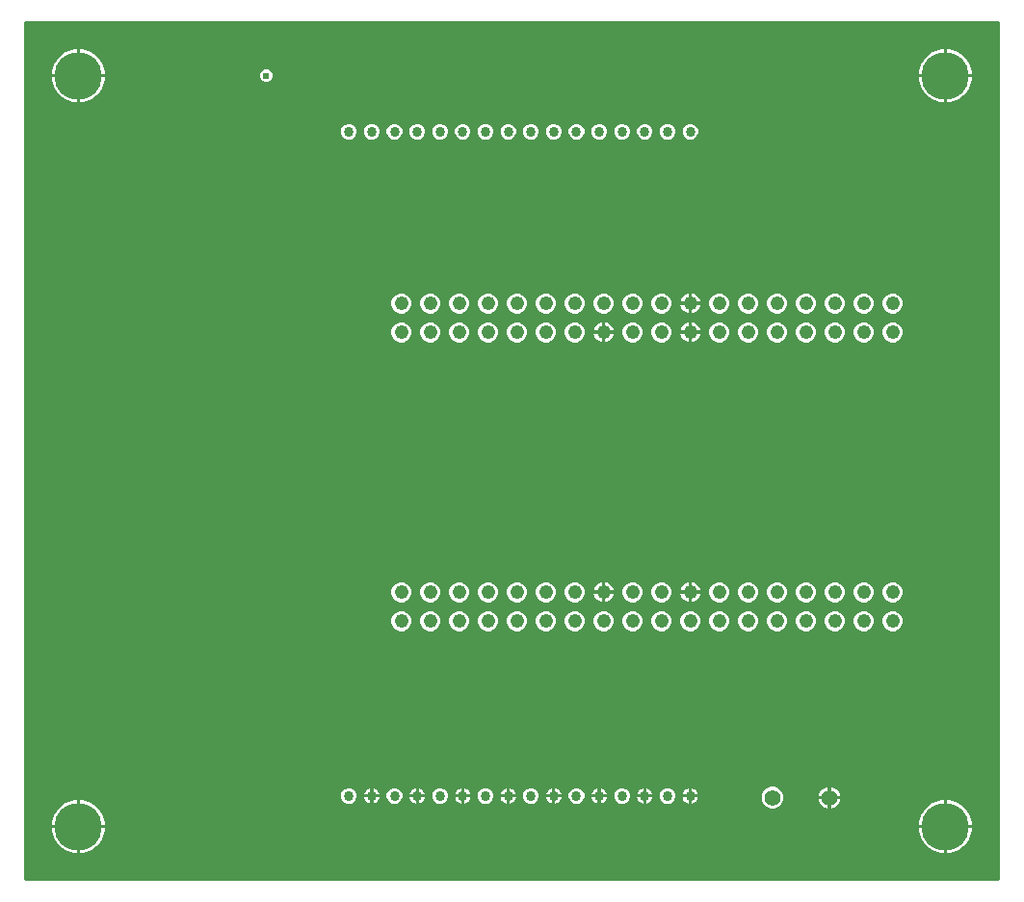
<source format=gbr>
G04 EAGLE Gerber RS-274X export*
G75*
%MOMM*%
%FSLAX34Y34*%
%LPD*%
%INCopper Layer 2*%
%IPPOS*%
%AMOC8*
5,1,8,0,0,1.08239X$1,22.5*%
G01*
%ADD10C,1.244600*%
%ADD11C,0.854800*%
%ADD12C,1.400000*%
%ADD13C,4.191000*%
%ADD14C,0.609600*%

G36*
X859556Y3306D02*
X859556Y3306D01*
X859575Y3304D01*
X859677Y3326D01*
X859779Y3342D01*
X859796Y3352D01*
X859816Y3356D01*
X859905Y3409D01*
X859996Y3458D01*
X860010Y3472D01*
X860027Y3482D01*
X860094Y3561D01*
X860166Y3636D01*
X860174Y3654D01*
X860187Y3669D01*
X860226Y3765D01*
X860269Y3859D01*
X860271Y3879D01*
X860279Y3897D01*
X860297Y4064D01*
X860297Y757936D01*
X860294Y757956D01*
X860296Y757975D01*
X860274Y758077D01*
X860258Y758179D01*
X860248Y758196D01*
X860244Y758216D01*
X860191Y758305D01*
X860142Y758396D01*
X860128Y758410D01*
X860118Y758427D01*
X860039Y758494D01*
X859964Y758566D01*
X859946Y758574D01*
X859931Y758587D01*
X859835Y758626D01*
X859741Y758669D01*
X859721Y758671D01*
X859703Y758679D01*
X859536Y758697D01*
X4064Y758697D01*
X4044Y758694D01*
X4025Y758696D01*
X3923Y758674D01*
X3821Y758658D01*
X3804Y758648D01*
X3784Y758644D01*
X3695Y758591D01*
X3604Y758542D01*
X3590Y758528D01*
X3573Y758518D01*
X3506Y758439D01*
X3434Y758364D01*
X3426Y758346D01*
X3413Y758331D01*
X3374Y758235D01*
X3331Y758141D01*
X3329Y758121D01*
X3321Y758103D01*
X3303Y757936D01*
X3303Y4064D01*
X3306Y4044D01*
X3304Y4025D01*
X3326Y3923D01*
X3342Y3821D01*
X3352Y3804D01*
X3356Y3784D01*
X3409Y3695D01*
X3458Y3604D01*
X3472Y3590D01*
X3482Y3573D01*
X3561Y3506D01*
X3636Y3434D01*
X3654Y3426D01*
X3669Y3413D01*
X3765Y3374D01*
X3859Y3331D01*
X3879Y3329D01*
X3897Y3321D01*
X4064Y3303D01*
X859536Y3303D01*
X859556Y3306D01*
G37*
%LPC*%
G36*
X52323Y712723D02*
X52323Y712723D01*
X52323Y734673D01*
X54742Y734400D01*
X55965Y734121D01*
X57315Y733813D01*
X59805Y732942D01*
X62183Y731796D01*
X64418Y730392D01*
X66481Y728747D01*
X68347Y726881D01*
X69992Y724818D01*
X71396Y722583D01*
X72542Y720205D01*
X73413Y717715D01*
X74000Y715142D01*
X74273Y712723D01*
X52323Y712723D01*
G37*
%LPD*%
%LPC*%
G36*
X814323Y712723D02*
X814323Y712723D01*
X814323Y734673D01*
X816742Y734400D01*
X817965Y734121D01*
X819315Y733813D01*
X821805Y732942D01*
X824183Y731796D01*
X826418Y730392D01*
X828481Y728747D01*
X830347Y726881D01*
X831992Y724818D01*
X833396Y722583D01*
X834542Y720205D01*
X835413Y717715D01*
X836000Y715142D01*
X836273Y712723D01*
X814323Y712723D01*
G37*
%LPD*%
%LPC*%
G36*
X814323Y52323D02*
X814323Y52323D01*
X814323Y74273D01*
X816742Y74000D01*
X819315Y73413D01*
X821805Y72542D01*
X824183Y71396D01*
X826418Y69992D01*
X828481Y68347D01*
X830347Y66481D01*
X831992Y64418D01*
X833396Y62183D01*
X834542Y59805D01*
X835413Y57315D01*
X836000Y54742D01*
X836273Y52323D01*
X814323Y52323D01*
G37*
%LPD*%
%LPC*%
G36*
X52323Y52323D02*
X52323Y52323D01*
X52323Y74273D01*
X54742Y74000D01*
X57315Y73413D01*
X59805Y72542D01*
X62183Y71396D01*
X64418Y69992D01*
X66481Y68347D01*
X68347Y66481D01*
X69992Y64418D01*
X71396Y62183D01*
X72542Y59805D01*
X73413Y57315D01*
X74000Y54742D01*
X74273Y52323D01*
X52323Y52323D01*
G37*
%LPD*%
%LPC*%
G36*
X27327Y712723D02*
X27327Y712723D01*
X27600Y715142D01*
X28187Y717715D01*
X29058Y720205D01*
X30204Y722583D01*
X31608Y724818D01*
X33253Y726881D01*
X35119Y728747D01*
X37182Y730392D01*
X39417Y731796D01*
X41795Y732942D01*
X44285Y733813D01*
X46858Y734400D01*
X49277Y734673D01*
X49277Y712723D01*
X27327Y712723D01*
G37*
%LPD*%
%LPC*%
G36*
X789327Y712723D02*
X789327Y712723D01*
X789600Y715142D01*
X790187Y717715D01*
X791058Y720205D01*
X792204Y722583D01*
X793608Y724818D01*
X795253Y726881D01*
X797119Y728747D01*
X799182Y730392D01*
X801417Y731796D01*
X803795Y732942D01*
X806285Y733813D01*
X808858Y734400D01*
X811277Y734673D01*
X811277Y712723D01*
X789327Y712723D01*
G37*
%LPD*%
%LPC*%
G36*
X814323Y709677D02*
X814323Y709677D01*
X836273Y709677D01*
X836000Y707258D01*
X835413Y704685D01*
X834542Y702195D01*
X833396Y699817D01*
X831992Y697582D01*
X830347Y695519D01*
X828481Y693653D01*
X826418Y692008D01*
X824183Y690604D01*
X821805Y689458D01*
X819315Y688587D01*
X816742Y688000D01*
X814323Y687727D01*
X814323Y709677D01*
G37*
%LPD*%
%LPC*%
G36*
X52323Y709677D02*
X52323Y709677D01*
X74273Y709677D01*
X74000Y707258D01*
X73413Y704685D01*
X72542Y702195D01*
X71396Y699817D01*
X69992Y697582D01*
X68347Y695519D01*
X66481Y693653D01*
X64418Y692008D01*
X62183Y690604D01*
X59805Y689458D01*
X57315Y688587D01*
X54742Y688000D01*
X52323Y687727D01*
X52323Y709677D01*
G37*
%LPD*%
%LPC*%
G36*
X52323Y49277D02*
X52323Y49277D01*
X74273Y49277D01*
X74000Y46858D01*
X73413Y44285D01*
X72542Y41795D01*
X71396Y39417D01*
X69992Y37182D01*
X68347Y35119D01*
X66481Y33253D01*
X64418Y31608D01*
X62183Y30204D01*
X59805Y29058D01*
X57315Y28187D01*
X54742Y27600D01*
X52323Y27327D01*
X52323Y49277D01*
G37*
%LPD*%
%LPC*%
G36*
X814323Y49277D02*
X814323Y49277D01*
X836273Y49277D01*
X836000Y46858D01*
X835413Y44285D01*
X834542Y41795D01*
X833396Y39417D01*
X831992Y37182D01*
X830347Y35119D01*
X828481Y33253D01*
X826418Y31608D01*
X824183Y30204D01*
X821805Y29058D01*
X819315Y28187D01*
X816742Y27600D01*
X814323Y27327D01*
X814323Y49277D01*
G37*
%LPD*%
%LPC*%
G36*
X789327Y52323D02*
X789327Y52323D01*
X789600Y54742D01*
X790187Y57315D01*
X791058Y59805D01*
X792204Y62183D01*
X793608Y64418D01*
X795253Y66481D01*
X797119Y68347D01*
X799182Y69992D01*
X801417Y71396D01*
X803795Y72542D01*
X806285Y73413D01*
X808858Y74000D01*
X811277Y74273D01*
X811277Y52323D01*
X789327Y52323D01*
G37*
%LPD*%
%LPC*%
G36*
X27327Y52323D02*
X27327Y52323D01*
X27600Y54742D01*
X28187Y57315D01*
X29058Y59805D01*
X30204Y62183D01*
X31608Y64418D01*
X33253Y66481D01*
X35119Y68347D01*
X37182Y69992D01*
X39417Y71396D01*
X41795Y72542D01*
X44285Y73413D01*
X46858Y74000D01*
X49277Y74273D01*
X49277Y52323D01*
X27327Y52323D01*
G37*
%LPD*%
%LPC*%
G36*
X808858Y688000D02*
X808858Y688000D01*
X807064Y688409D01*
X806285Y688587D01*
X803795Y689458D01*
X801417Y690604D01*
X799182Y692008D01*
X797119Y693653D01*
X795253Y695519D01*
X793608Y697582D01*
X792204Y699817D01*
X791058Y702195D01*
X790187Y704685D01*
X789600Y707258D01*
X789327Y709677D01*
X811277Y709677D01*
X811277Y687727D01*
X808858Y688000D01*
G37*
%LPD*%
%LPC*%
G36*
X46858Y688000D02*
X46858Y688000D01*
X45064Y688409D01*
X44285Y688587D01*
X41795Y689458D01*
X39417Y690604D01*
X37182Y692008D01*
X35119Y693653D01*
X33253Y695519D01*
X31608Y697582D01*
X30204Y699817D01*
X29058Y702195D01*
X28187Y704685D01*
X27600Y707258D01*
X27327Y709677D01*
X49277Y709677D01*
X49277Y687727D01*
X46858Y688000D01*
G37*
%LPD*%
%LPC*%
G36*
X46858Y27600D02*
X46858Y27600D01*
X46663Y27644D01*
X44285Y28187D01*
X41795Y29058D01*
X39417Y30204D01*
X37182Y31608D01*
X35119Y33253D01*
X33253Y35119D01*
X31608Y37182D01*
X30204Y39417D01*
X29058Y41795D01*
X28187Y44285D01*
X27600Y46858D01*
X27327Y49277D01*
X49277Y49277D01*
X49277Y27327D01*
X46858Y27600D01*
G37*
%LPD*%
%LPC*%
G36*
X808858Y27600D02*
X808858Y27600D01*
X808663Y27644D01*
X806285Y28187D01*
X803795Y29058D01*
X801417Y30204D01*
X799182Y31608D01*
X797119Y33253D01*
X795253Y35119D01*
X793608Y37182D01*
X792204Y39417D01*
X791058Y41795D01*
X790187Y44285D01*
X789600Y46858D01*
X789327Y49277D01*
X811277Y49277D01*
X811277Y27327D01*
X808858Y27600D01*
G37*
%LPD*%
%LPC*%
G36*
X658902Y66659D02*
X658902Y66659D01*
X655396Y68112D01*
X652712Y70796D01*
X651259Y74302D01*
X651259Y78098D01*
X652712Y81604D01*
X655396Y84288D01*
X658902Y85741D01*
X662698Y85741D01*
X666204Y84288D01*
X668888Y81604D01*
X670341Y78098D01*
X670341Y74302D01*
X668888Y70796D01*
X666204Y68112D01*
X662698Y66659D01*
X658902Y66659D01*
G37*
%LPD*%
%LPC*%
G36*
X561457Y248036D02*
X561457Y248036D01*
X558236Y249370D01*
X555770Y251836D01*
X554436Y255057D01*
X554436Y258543D01*
X555770Y261764D01*
X558236Y264230D01*
X561457Y265564D01*
X564943Y265564D01*
X568164Y264230D01*
X570630Y261764D01*
X571964Y258543D01*
X571964Y255057D01*
X570630Y251836D01*
X568164Y249370D01*
X564943Y248036D01*
X561457Y248036D01*
G37*
%LPD*%
%LPC*%
G36*
X536057Y248036D02*
X536057Y248036D01*
X532836Y249370D01*
X530370Y251836D01*
X529036Y255057D01*
X529036Y258543D01*
X530370Y261764D01*
X532836Y264230D01*
X536057Y265564D01*
X539543Y265564D01*
X542764Y264230D01*
X545230Y261764D01*
X546564Y258543D01*
X546564Y255057D01*
X545230Y251836D01*
X542764Y249370D01*
X539543Y248036D01*
X536057Y248036D01*
G37*
%LPD*%
%LPC*%
G36*
X485257Y248036D02*
X485257Y248036D01*
X482036Y249370D01*
X479570Y251836D01*
X478236Y255057D01*
X478236Y258543D01*
X479570Y261764D01*
X482036Y264230D01*
X485257Y265564D01*
X488743Y265564D01*
X491964Y264230D01*
X494430Y261764D01*
X495764Y258543D01*
X495764Y255057D01*
X494430Y251836D01*
X491964Y249370D01*
X488743Y248036D01*
X485257Y248036D01*
G37*
%LPD*%
%LPC*%
G36*
X612257Y222636D02*
X612257Y222636D01*
X609036Y223970D01*
X606570Y226436D01*
X605236Y229657D01*
X605236Y233143D01*
X606570Y236364D01*
X609036Y238830D01*
X612257Y240164D01*
X615743Y240164D01*
X618964Y238830D01*
X621430Y236364D01*
X622764Y233143D01*
X622764Y229657D01*
X621430Y226436D01*
X618964Y223970D01*
X615743Y222636D01*
X612257Y222636D01*
G37*
%LPD*%
%LPC*%
G36*
X434457Y248036D02*
X434457Y248036D01*
X431236Y249370D01*
X428770Y251836D01*
X427436Y255057D01*
X427436Y258543D01*
X428770Y261764D01*
X431236Y264230D01*
X434457Y265564D01*
X437943Y265564D01*
X441164Y264230D01*
X443630Y261764D01*
X444964Y258543D01*
X444964Y255057D01*
X443630Y251836D01*
X441164Y249370D01*
X437943Y248036D01*
X434457Y248036D01*
G37*
%LPD*%
%LPC*%
G36*
X409057Y248036D02*
X409057Y248036D01*
X405836Y249370D01*
X403370Y251836D01*
X402036Y255057D01*
X402036Y258543D01*
X403370Y261764D01*
X405836Y264230D01*
X409057Y265564D01*
X412543Y265564D01*
X415764Y264230D01*
X418230Y261764D01*
X419564Y258543D01*
X419564Y255057D01*
X418230Y251836D01*
X415764Y249370D01*
X412543Y248036D01*
X409057Y248036D01*
G37*
%LPD*%
%LPC*%
G36*
X383657Y248036D02*
X383657Y248036D01*
X380436Y249370D01*
X377970Y251836D01*
X376636Y255057D01*
X376636Y258543D01*
X377970Y261764D01*
X380436Y264230D01*
X383657Y265564D01*
X387143Y265564D01*
X390364Y264230D01*
X392830Y261764D01*
X394164Y258543D01*
X394164Y255057D01*
X392830Y251836D01*
X390364Y249370D01*
X387143Y248036D01*
X383657Y248036D01*
G37*
%LPD*%
%LPC*%
G36*
X561457Y222636D02*
X561457Y222636D01*
X558236Y223970D01*
X555770Y226436D01*
X554436Y229657D01*
X554436Y233143D01*
X555770Y236364D01*
X558236Y238830D01*
X561457Y240164D01*
X564943Y240164D01*
X568164Y238830D01*
X570630Y236364D01*
X571964Y233143D01*
X571964Y229657D01*
X570630Y226436D01*
X568164Y223970D01*
X564943Y222636D01*
X561457Y222636D01*
G37*
%LPD*%
%LPC*%
G36*
X536057Y222636D02*
X536057Y222636D01*
X532836Y223970D01*
X530370Y226436D01*
X529036Y229657D01*
X529036Y233143D01*
X530370Y236364D01*
X532836Y238830D01*
X536057Y240164D01*
X539543Y240164D01*
X542764Y238830D01*
X545230Y236364D01*
X546564Y233143D01*
X546564Y229657D01*
X545230Y226436D01*
X542764Y223970D01*
X539543Y222636D01*
X536057Y222636D01*
G37*
%LPD*%
%LPC*%
G36*
X764657Y222636D02*
X764657Y222636D01*
X761436Y223970D01*
X758970Y226436D01*
X757636Y229657D01*
X757636Y233143D01*
X758970Y236364D01*
X761436Y238830D01*
X764657Y240164D01*
X768143Y240164D01*
X771364Y238830D01*
X773830Y236364D01*
X775164Y233143D01*
X775164Y229657D01*
X773830Y226436D01*
X771364Y223970D01*
X768143Y222636D01*
X764657Y222636D01*
G37*
%LPD*%
%LPC*%
G36*
X739257Y222636D02*
X739257Y222636D01*
X736036Y223970D01*
X733570Y226436D01*
X732236Y229657D01*
X732236Y233143D01*
X733570Y236364D01*
X736036Y238830D01*
X739257Y240164D01*
X742743Y240164D01*
X745964Y238830D01*
X748430Y236364D01*
X749764Y233143D01*
X749764Y229657D01*
X748430Y226436D01*
X745964Y223970D01*
X742743Y222636D01*
X739257Y222636D01*
G37*
%LPD*%
%LPC*%
G36*
X713857Y222636D02*
X713857Y222636D01*
X710636Y223970D01*
X708170Y226436D01*
X706836Y229657D01*
X706836Y233143D01*
X708170Y236364D01*
X710636Y238830D01*
X713857Y240164D01*
X717343Y240164D01*
X720564Y238830D01*
X723030Y236364D01*
X724364Y233143D01*
X724364Y229657D01*
X723030Y226436D01*
X720564Y223970D01*
X717343Y222636D01*
X713857Y222636D01*
G37*
%LPD*%
%LPC*%
G36*
X688457Y222636D02*
X688457Y222636D01*
X685236Y223970D01*
X682770Y226436D01*
X681436Y229657D01*
X681436Y233143D01*
X682770Y236364D01*
X685236Y238830D01*
X688457Y240164D01*
X691943Y240164D01*
X695164Y238830D01*
X697630Y236364D01*
X698964Y233143D01*
X698964Y229657D01*
X697630Y226436D01*
X695164Y223970D01*
X691943Y222636D01*
X688457Y222636D01*
G37*
%LPD*%
%LPC*%
G36*
X332857Y502036D02*
X332857Y502036D01*
X329636Y503370D01*
X327170Y505836D01*
X325836Y509057D01*
X325836Y512543D01*
X327170Y515764D01*
X329636Y518230D01*
X332857Y519564D01*
X336343Y519564D01*
X339564Y518230D01*
X342030Y515764D01*
X343364Y512543D01*
X343364Y509057D01*
X342030Y505836D01*
X339564Y503370D01*
X336343Y502036D01*
X332857Y502036D01*
G37*
%LPD*%
%LPC*%
G36*
X663057Y222636D02*
X663057Y222636D01*
X659836Y223970D01*
X657370Y226436D01*
X656036Y229657D01*
X656036Y233143D01*
X657370Y236364D01*
X659836Y238830D01*
X663057Y240164D01*
X666543Y240164D01*
X669764Y238830D01*
X672230Y236364D01*
X673564Y233143D01*
X673564Y229657D01*
X672230Y226436D01*
X669764Y223970D01*
X666543Y222636D01*
X663057Y222636D01*
G37*
%LPD*%
%LPC*%
G36*
X637657Y222636D02*
X637657Y222636D01*
X634436Y223970D01*
X631970Y226436D01*
X630636Y229657D01*
X630636Y233143D01*
X631970Y236364D01*
X634436Y238830D01*
X637657Y240164D01*
X641143Y240164D01*
X644364Y238830D01*
X646830Y236364D01*
X648164Y233143D01*
X648164Y229657D01*
X646830Y226436D01*
X644364Y223970D01*
X641143Y222636D01*
X637657Y222636D01*
G37*
%LPD*%
%LPC*%
G36*
X586857Y222636D02*
X586857Y222636D01*
X583636Y223970D01*
X581170Y226436D01*
X579836Y229657D01*
X579836Y233143D01*
X581170Y236364D01*
X583636Y238830D01*
X586857Y240164D01*
X590343Y240164D01*
X593564Y238830D01*
X596030Y236364D01*
X597364Y233143D01*
X597364Y229657D01*
X596030Y226436D01*
X593564Y223970D01*
X590343Y222636D01*
X586857Y222636D01*
G37*
%LPD*%
%LPC*%
G36*
X510657Y222636D02*
X510657Y222636D01*
X507436Y223970D01*
X504970Y226436D01*
X503636Y229657D01*
X503636Y233143D01*
X504970Y236364D01*
X507436Y238830D01*
X510657Y240164D01*
X514143Y240164D01*
X517364Y238830D01*
X519830Y236364D01*
X521164Y233143D01*
X521164Y229657D01*
X519830Y226436D01*
X517364Y223970D01*
X514143Y222636D01*
X510657Y222636D01*
G37*
%LPD*%
%LPC*%
G36*
X485257Y222636D02*
X485257Y222636D01*
X482036Y223970D01*
X479570Y226436D01*
X478236Y229657D01*
X478236Y233143D01*
X479570Y236364D01*
X482036Y238830D01*
X485257Y240164D01*
X488743Y240164D01*
X491964Y238830D01*
X494430Y236364D01*
X495764Y233143D01*
X495764Y229657D01*
X494430Y226436D01*
X491964Y223970D01*
X488743Y222636D01*
X485257Y222636D01*
G37*
%LPD*%
%LPC*%
G36*
X409057Y502036D02*
X409057Y502036D01*
X405836Y503370D01*
X403370Y505836D01*
X402036Y509057D01*
X402036Y512543D01*
X403370Y515764D01*
X405836Y518230D01*
X409057Y519564D01*
X412543Y519564D01*
X415764Y518230D01*
X418230Y515764D01*
X419564Y512543D01*
X419564Y509057D01*
X418230Y505836D01*
X415764Y503370D01*
X412543Y502036D01*
X409057Y502036D01*
G37*
%LPD*%
%LPC*%
G36*
X383657Y502036D02*
X383657Y502036D01*
X380436Y503370D01*
X377970Y505836D01*
X376636Y509057D01*
X376636Y512543D01*
X377970Y515764D01*
X380436Y518230D01*
X383657Y519564D01*
X387143Y519564D01*
X390364Y518230D01*
X392830Y515764D01*
X394164Y512543D01*
X394164Y509057D01*
X392830Y505836D01*
X390364Y503370D01*
X387143Y502036D01*
X383657Y502036D01*
G37*
%LPD*%
%LPC*%
G36*
X764657Y502036D02*
X764657Y502036D01*
X761436Y503370D01*
X758970Y505836D01*
X757636Y509057D01*
X757636Y512543D01*
X758970Y515764D01*
X761436Y518230D01*
X764657Y519564D01*
X768143Y519564D01*
X771364Y518230D01*
X773830Y515764D01*
X775164Y512543D01*
X775164Y509057D01*
X773830Y505836D01*
X771364Y503370D01*
X768143Y502036D01*
X764657Y502036D01*
G37*
%LPD*%
%LPC*%
G36*
X739257Y502036D02*
X739257Y502036D01*
X736036Y503370D01*
X733570Y505836D01*
X732236Y509057D01*
X732236Y512543D01*
X733570Y515764D01*
X736036Y518230D01*
X739257Y519564D01*
X742743Y519564D01*
X745964Y518230D01*
X748430Y515764D01*
X749764Y512543D01*
X749764Y509057D01*
X748430Y505836D01*
X745964Y503370D01*
X742743Y502036D01*
X739257Y502036D01*
G37*
%LPD*%
%LPC*%
G36*
X713857Y502036D02*
X713857Y502036D01*
X710636Y503370D01*
X708170Y505836D01*
X706836Y509057D01*
X706836Y512543D01*
X708170Y515764D01*
X710636Y518230D01*
X713857Y519564D01*
X717343Y519564D01*
X720564Y518230D01*
X723030Y515764D01*
X724364Y512543D01*
X724364Y509057D01*
X723030Y505836D01*
X720564Y503370D01*
X717343Y502036D01*
X713857Y502036D01*
G37*
%LPD*%
%LPC*%
G36*
X688457Y502036D02*
X688457Y502036D01*
X685236Y503370D01*
X682770Y505836D01*
X681436Y509057D01*
X681436Y512543D01*
X682770Y515764D01*
X685236Y518230D01*
X688457Y519564D01*
X691943Y519564D01*
X695164Y518230D01*
X697630Y515764D01*
X698964Y512543D01*
X698964Y509057D01*
X697630Y505836D01*
X695164Y503370D01*
X691943Y502036D01*
X688457Y502036D01*
G37*
%LPD*%
%LPC*%
G36*
X663057Y502036D02*
X663057Y502036D01*
X659836Y503370D01*
X657370Y505836D01*
X656036Y509057D01*
X656036Y512543D01*
X657370Y515764D01*
X659836Y518230D01*
X663057Y519564D01*
X666543Y519564D01*
X669764Y518230D01*
X672230Y515764D01*
X673564Y512543D01*
X673564Y509057D01*
X672230Y505836D01*
X669764Y503370D01*
X666543Y502036D01*
X663057Y502036D01*
G37*
%LPD*%
%LPC*%
G36*
X637657Y502036D02*
X637657Y502036D01*
X634436Y503370D01*
X631970Y505836D01*
X630636Y509057D01*
X630636Y512543D01*
X631970Y515764D01*
X634436Y518230D01*
X637657Y519564D01*
X641143Y519564D01*
X644364Y518230D01*
X646830Y515764D01*
X648164Y512543D01*
X648164Y509057D01*
X646830Y505836D01*
X644364Y503370D01*
X641143Y502036D01*
X637657Y502036D01*
G37*
%LPD*%
%LPC*%
G36*
X612257Y502036D02*
X612257Y502036D01*
X609036Y503370D01*
X606570Y505836D01*
X605236Y509057D01*
X605236Y512543D01*
X606570Y515764D01*
X609036Y518230D01*
X612257Y519564D01*
X615743Y519564D01*
X618964Y518230D01*
X621430Y515764D01*
X622764Y512543D01*
X622764Y509057D01*
X621430Y505836D01*
X618964Y503370D01*
X615743Y502036D01*
X612257Y502036D01*
G37*
%LPD*%
%LPC*%
G36*
X561457Y502036D02*
X561457Y502036D01*
X558236Y503370D01*
X555770Y505836D01*
X554436Y509057D01*
X554436Y512543D01*
X555770Y515764D01*
X558236Y518230D01*
X561457Y519564D01*
X564943Y519564D01*
X568164Y518230D01*
X570630Y515764D01*
X571964Y512543D01*
X571964Y509057D01*
X570630Y505836D01*
X568164Y503370D01*
X564943Y502036D01*
X561457Y502036D01*
G37*
%LPD*%
%LPC*%
G36*
X536057Y502036D02*
X536057Y502036D01*
X532836Y503370D01*
X530370Y505836D01*
X529036Y509057D01*
X529036Y512543D01*
X530370Y515764D01*
X532836Y518230D01*
X536057Y519564D01*
X539543Y519564D01*
X542764Y518230D01*
X545230Y515764D01*
X546564Y512543D01*
X546564Y509057D01*
X545230Y505836D01*
X542764Y503370D01*
X539543Y502036D01*
X536057Y502036D01*
G37*
%LPD*%
%LPC*%
G36*
X510657Y502036D02*
X510657Y502036D01*
X507436Y503370D01*
X504970Y505836D01*
X503636Y509057D01*
X503636Y512543D01*
X504970Y515764D01*
X507436Y518230D01*
X510657Y519564D01*
X514143Y519564D01*
X517364Y518230D01*
X519830Y515764D01*
X521164Y512543D01*
X521164Y509057D01*
X519830Y505836D01*
X517364Y503370D01*
X514143Y502036D01*
X510657Y502036D01*
G37*
%LPD*%
%LPC*%
G36*
X485257Y502036D02*
X485257Y502036D01*
X482036Y503370D01*
X479570Y505836D01*
X478236Y509057D01*
X478236Y512543D01*
X479570Y515764D01*
X482036Y518230D01*
X485257Y519564D01*
X488743Y519564D01*
X491964Y518230D01*
X494430Y515764D01*
X495764Y512543D01*
X495764Y509057D01*
X494430Y505836D01*
X491964Y503370D01*
X488743Y502036D01*
X485257Y502036D01*
G37*
%LPD*%
%LPC*%
G36*
X459857Y502036D02*
X459857Y502036D01*
X456636Y503370D01*
X454170Y505836D01*
X452836Y509057D01*
X452836Y512543D01*
X454170Y515764D01*
X456636Y518230D01*
X459857Y519564D01*
X463343Y519564D01*
X466564Y518230D01*
X469030Y515764D01*
X470364Y512543D01*
X470364Y509057D01*
X469030Y505836D01*
X466564Y503370D01*
X463343Y502036D01*
X459857Y502036D01*
G37*
%LPD*%
%LPC*%
G36*
X434457Y502036D02*
X434457Y502036D01*
X431236Y503370D01*
X428770Y505836D01*
X427436Y509057D01*
X427436Y512543D01*
X428770Y515764D01*
X431236Y518230D01*
X434457Y519564D01*
X437943Y519564D01*
X441164Y518230D01*
X443630Y515764D01*
X444964Y512543D01*
X444964Y509057D01*
X443630Y505836D01*
X441164Y503370D01*
X437943Y502036D01*
X434457Y502036D01*
G37*
%LPD*%
%LPC*%
G36*
X358257Y502036D02*
X358257Y502036D01*
X355036Y503370D01*
X352570Y505836D01*
X351236Y509057D01*
X351236Y512543D01*
X352570Y515764D01*
X355036Y518230D01*
X358257Y519564D01*
X361743Y519564D01*
X364964Y518230D01*
X367430Y515764D01*
X368764Y512543D01*
X368764Y509057D01*
X367430Y505836D01*
X364964Y503370D01*
X361743Y502036D01*
X358257Y502036D01*
G37*
%LPD*%
%LPC*%
G36*
X459857Y222636D02*
X459857Y222636D01*
X456636Y223970D01*
X454170Y226436D01*
X452836Y229657D01*
X452836Y233143D01*
X454170Y236364D01*
X456636Y238830D01*
X459857Y240164D01*
X463343Y240164D01*
X466564Y238830D01*
X469030Y236364D01*
X470364Y233143D01*
X470364Y229657D01*
X469030Y226436D01*
X466564Y223970D01*
X463343Y222636D01*
X459857Y222636D01*
G37*
%LPD*%
%LPC*%
G36*
X434457Y222636D02*
X434457Y222636D01*
X431236Y223970D01*
X428770Y226436D01*
X427436Y229657D01*
X427436Y233143D01*
X428770Y236364D01*
X431236Y238830D01*
X434457Y240164D01*
X437943Y240164D01*
X441164Y238830D01*
X443630Y236364D01*
X444964Y233143D01*
X444964Y229657D01*
X443630Y226436D01*
X441164Y223970D01*
X437943Y222636D01*
X434457Y222636D01*
G37*
%LPD*%
%LPC*%
G36*
X409057Y222636D02*
X409057Y222636D01*
X405836Y223970D01*
X403370Y226436D01*
X402036Y229657D01*
X402036Y233143D01*
X403370Y236364D01*
X405836Y238830D01*
X409057Y240164D01*
X412543Y240164D01*
X415764Y238830D01*
X418230Y236364D01*
X419564Y233143D01*
X419564Y229657D01*
X418230Y226436D01*
X415764Y223970D01*
X412543Y222636D01*
X409057Y222636D01*
G37*
%LPD*%
%LPC*%
G36*
X383657Y222636D02*
X383657Y222636D01*
X380436Y223970D01*
X377970Y226436D01*
X376636Y229657D01*
X376636Y233143D01*
X377970Y236364D01*
X380436Y238830D01*
X383657Y240164D01*
X387143Y240164D01*
X390364Y238830D01*
X392830Y236364D01*
X394164Y233143D01*
X394164Y229657D01*
X392830Y226436D01*
X390364Y223970D01*
X387143Y222636D01*
X383657Y222636D01*
G37*
%LPD*%
%LPC*%
G36*
X358257Y222636D02*
X358257Y222636D01*
X355036Y223970D01*
X352570Y226436D01*
X351236Y229657D01*
X351236Y233143D01*
X352570Y236364D01*
X355036Y238830D01*
X358257Y240164D01*
X361743Y240164D01*
X364964Y238830D01*
X367430Y236364D01*
X368764Y233143D01*
X368764Y229657D01*
X367430Y226436D01*
X364964Y223970D01*
X361743Y222636D01*
X358257Y222636D01*
G37*
%LPD*%
%LPC*%
G36*
X332857Y222636D02*
X332857Y222636D01*
X329636Y223970D01*
X327170Y226436D01*
X325836Y229657D01*
X325836Y233143D01*
X327170Y236364D01*
X329636Y238830D01*
X332857Y240164D01*
X336343Y240164D01*
X339564Y238830D01*
X342030Y236364D01*
X343364Y233143D01*
X343364Y229657D01*
X342030Y226436D01*
X339564Y223970D01*
X336343Y222636D01*
X332857Y222636D01*
G37*
%LPD*%
%LPC*%
G36*
X764657Y476636D02*
X764657Y476636D01*
X761436Y477970D01*
X758970Y480436D01*
X757636Y483657D01*
X757636Y487143D01*
X758970Y490364D01*
X761436Y492830D01*
X764657Y494164D01*
X768143Y494164D01*
X771364Y492830D01*
X773830Y490364D01*
X775164Y487143D01*
X775164Y483657D01*
X773830Y480436D01*
X771364Y477970D01*
X768143Y476636D01*
X764657Y476636D01*
G37*
%LPD*%
%LPC*%
G36*
X739257Y476636D02*
X739257Y476636D01*
X736036Y477970D01*
X733570Y480436D01*
X732236Y483657D01*
X732236Y487143D01*
X733570Y490364D01*
X736036Y492830D01*
X739257Y494164D01*
X742743Y494164D01*
X745964Y492830D01*
X748430Y490364D01*
X749764Y487143D01*
X749764Y483657D01*
X748430Y480436D01*
X745964Y477970D01*
X742743Y476636D01*
X739257Y476636D01*
G37*
%LPD*%
%LPC*%
G36*
X713857Y476636D02*
X713857Y476636D01*
X710636Y477970D01*
X708170Y480436D01*
X706836Y483657D01*
X706836Y487143D01*
X708170Y490364D01*
X710636Y492830D01*
X713857Y494164D01*
X717343Y494164D01*
X720564Y492830D01*
X723030Y490364D01*
X724364Y487143D01*
X724364Y483657D01*
X723030Y480436D01*
X720564Y477970D01*
X717343Y476636D01*
X713857Y476636D01*
G37*
%LPD*%
%LPC*%
G36*
X688457Y476636D02*
X688457Y476636D01*
X685236Y477970D01*
X682770Y480436D01*
X681436Y483657D01*
X681436Y487143D01*
X682770Y490364D01*
X685236Y492830D01*
X688457Y494164D01*
X691943Y494164D01*
X695164Y492830D01*
X697630Y490364D01*
X698964Y487143D01*
X698964Y483657D01*
X697630Y480436D01*
X695164Y477970D01*
X691943Y476636D01*
X688457Y476636D01*
G37*
%LPD*%
%LPC*%
G36*
X663057Y476636D02*
X663057Y476636D01*
X659836Y477970D01*
X657370Y480436D01*
X656036Y483657D01*
X656036Y487143D01*
X657370Y490364D01*
X659836Y492830D01*
X663057Y494164D01*
X666543Y494164D01*
X669764Y492830D01*
X672230Y490364D01*
X673564Y487143D01*
X673564Y483657D01*
X672230Y480436D01*
X669764Y477970D01*
X666543Y476636D01*
X663057Y476636D01*
G37*
%LPD*%
%LPC*%
G36*
X637657Y476636D02*
X637657Y476636D01*
X634436Y477970D01*
X631970Y480436D01*
X630636Y483657D01*
X630636Y487143D01*
X631970Y490364D01*
X634436Y492830D01*
X637657Y494164D01*
X641143Y494164D01*
X644364Y492830D01*
X646830Y490364D01*
X648164Y487143D01*
X648164Y483657D01*
X646830Y480436D01*
X644364Y477970D01*
X641143Y476636D01*
X637657Y476636D01*
G37*
%LPD*%
%LPC*%
G36*
X612257Y476636D02*
X612257Y476636D01*
X609036Y477970D01*
X606570Y480436D01*
X605236Y483657D01*
X605236Y487143D01*
X606570Y490364D01*
X609036Y492830D01*
X612257Y494164D01*
X615743Y494164D01*
X618964Y492830D01*
X621430Y490364D01*
X622764Y487143D01*
X622764Y483657D01*
X621430Y480436D01*
X618964Y477970D01*
X615743Y476636D01*
X612257Y476636D01*
G37*
%LPD*%
%LPC*%
G36*
X561457Y476636D02*
X561457Y476636D01*
X558236Y477970D01*
X555770Y480436D01*
X554436Y483657D01*
X554436Y487143D01*
X555770Y490364D01*
X558236Y492830D01*
X561457Y494164D01*
X564943Y494164D01*
X568164Y492830D01*
X570630Y490364D01*
X571964Y487143D01*
X571964Y483657D01*
X570630Y480436D01*
X568164Y477970D01*
X564943Y476636D01*
X561457Y476636D01*
G37*
%LPD*%
%LPC*%
G36*
X536057Y476636D02*
X536057Y476636D01*
X532836Y477970D01*
X530370Y480436D01*
X529036Y483657D01*
X529036Y487143D01*
X530370Y490364D01*
X532836Y492830D01*
X536057Y494164D01*
X539543Y494164D01*
X542764Y492830D01*
X545230Y490364D01*
X546564Y487143D01*
X546564Y483657D01*
X545230Y480436D01*
X542764Y477970D01*
X539543Y476636D01*
X536057Y476636D01*
G37*
%LPD*%
%LPC*%
G36*
X485257Y476636D02*
X485257Y476636D01*
X482036Y477970D01*
X479570Y480436D01*
X478236Y483657D01*
X478236Y487143D01*
X479570Y490364D01*
X482036Y492830D01*
X485257Y494164D01*
X488743Y494164D01*
X491964Y492830D01*
X494430Y490364D01*
X495764Y487143D01*
X495764Y483657D01*
X494430Y480436D01*
X491964Y477970D01*
X488743Y476636D01*
X485257Y476636D01*
G37*
%LPD*%
%LPC*%
G36*
X459857Y476636D02*
X459857Y476636D01*
X456636Y477970D01*
X454170Y480436D01*
X452836Y483657D01*
X452836Y487143D01*
X454170Y490364D01*
X456636Y492830D01*
X459857Y494164D01*
X463343Y494164D01*
X466564Y492830D01*
X469030Y490364D01*
X470364Y487143D01*
X470364Y483657D01*
X469030Y480436D01*
X466564Y477970D01*
X463343Y476636D01*
X459857Y476636D01*
G37*
%LPD*%
%LPC*%
G36*
X434457Y476636D02*
X434457Y476636D01*
X431236Y477970D01*
X428770Y480436D01*
X427436Y483657D01*
X427436Y487143D01*
X428770Y490364D01*
X431236Y492830D01*
X434457Y494164D01*
X437943Y494164D01*
X441164Y492830D01*
X443630Y490364D01*
X444964Y487143D01*
X444964Y483657D01*
X443630Y480436D01*
X441164Y477970D01*
X437943Y476636D01*
X434457Y476636D01*
G37*
%LPD*%
%LPC*%
G36*
X409057Y476636D02*
X409057Y476636D01*
X405836Y477970D01*
X403370Y480436D01*
X402036Y483657D01*
X402036Y487143D01*
X403370Y490364D01*
X405836Y492830D01*
X409057Y494164D01*
X412543Y494164D01*
X415764Y492830D01*
X418230Y490364D01*
X419564Y487143D01*
X419564Y483657D01*
X418230Y480436D01*
X415764Y477970D01*
X412543Y476636D01*
X409057Y476636D01*
G37*
%LPD*%
%LPC*%
G36*
X383657Y476636D02*
X383657Y476636D01*
X380436Y477970D01*
X377970Y480436D01*
X376636Y483657D01*
X376636Y487143D01*
X377970Y490364D01*
X380436Y492830D01*
X383657Y494164D01*
X387143Y494164D01*
X390364Y492830D01*
X392830Y490364D01*
X394164Y487143D01*
X394164Y483657D01*
X392830Y480436D01*
X390364Y477970D01*
X387143Y476636D01*
X383657Y476636D01*
G37*
%LPD*%
%LPC*%
G36*
X358257Y476636D02*
X358257Y476636D01*
X355036Y477970D01*
X352570Y480436D01*
X351236Y483657D01*
X351236Y487143D01*
X352570Y490364D01*
X355036Y492830D01*
X358257Y494164D01*
X361743Y494164D01*
X364964Y492830D01*
X367430Y490364D01*
X368764Y487143D01*
X368764Y483657D01*
X367430Y480436D01*
X364964Y477970D01*
X361743Y476636D01*
X358257Y476636D01*
G37*
%LPD*%
%LPC*%
G36*
X332857Y476636D02*
X332857Y476636D01*
X329636Y477970D01*
X327170Y480436D01*
X325836Y483657D01*
X325836Y487143D01*
X327170Y490364D01*
X329636Y492830D01*
X332857Y494164D01*
X336343Y494164D01*
X339564Y492830D01*
X342030Y490364D01*
X343364Y487143D01*
X343364Y483657D01*
X342030Y480436D01*
X339564Y477970D01*
X336343Y476636D01*
X332857Y476636D01*
G37*
%LPD*%
%LPC*%
G36*
X459857Y248036D02*
X459857Y248036D01*
X456636Y249370D01*
X454170Y251836D01*
X452836Y255057D01*
X452836Y258543D01*
X454170Y261764D01*
X456636Y264230D01*
X459857Y265564D01*
X463343Y265564D01*
X466564Y264230D01*
X469030Y261764D01*
X470364Y258543D01*
X470364Y255057D01*
X469030Y251836D01*
X466564Y249370D01*
X463343Y248036D01*
X459857Y248036D01*
G37*
%LPD*%
%LPC*%
G36*
X358257Y248036D02*
X358257Y248036D01*
X355036Y249370D01*
X352570Y251836D01*
X351236Y255057D01*
X351236Y258543D01*
X352570Y261764D01*
X355036Y264230D01*
X358257Y265564D01*
X361743Y265564D01*
X364964Y264230D01*
X367430Y261764D01*
X368764Y258543D01*
X368764Y255057D01*
X367430Y251836D01*
X364964Y249370D01*
X361743Y248036D01*
X358257Y248036D01*
G37*
%LPD*%
%LPC*%
G36*
X332857Y248036D02*
X332857Y248036D01*
X329636Y249370D01*
X327170Y251836D01*
X325836Y255057D01*
X325836Y258543D01*
X327170Y261764D01*
X329636Y264230D01*
X332857Y265564D01*
X336343Y265564D01*
X339564Y264230D01*
X342030Y261764D01*
X343364Y258543D01*
X343364Y255057D01*
X342030Y251836D01*
X339564Y249370D01*
X336343Y248036D01*
X332857Y248036D01*
G37*
%LPD*%
%LPC*%
G36*
X764657Y248036D02*
X764657Y248036D01*
X761436Y249370D01*
X758970Y251836D01*
X757636Y255057D01*
X757636Y258543D01*
X758970Y261764D01*
X761436Y264230D01*
X764657Y265564D01*
X768143Y265564D01*
X771364Y264230D01*
X773830Y261764D01*
X775164Y258543D01*
X775164Y255057D01*
X773830Y251836D01*
X771364Y249370D01*
X768143Y248036D01*
X764657Y248036D01*
G37*
%LPD*%
%LPC*%
G36*
X739257Y248036D02*
X739257Y248036D01*
X736036Y249370D01*
X733570Y251836D01*
X732236Y255057D01*
X732236Y258543D01*
X733570Y261764D01*
X736036Y264230D01*
X739257Y265564D01*
X742743Y265564D01*
X745964Y264230D01*
X748430Y261764D01*
X749764Y258543D01*
X749764Y255057D01*
X748430Y251836D01*
X745964Y249370D01*
X742743Y248036D01*
X739257Y248036D01*
G37*
%LPD*%
%LPC*%
G36*
X713857Y248036D02*
X713857Y248036D01*
X710636Y249370D01*
X708170Y251836D01*
X706836Y255057D01*
X706836Y258543D01*
X708170Y261764D01*
X710636Y264230D01*
X713857Y265564D01*
X717343Y265564D01*
X720564Y264230D01*
X723030Y261764D01*
X724364Y258543D01*
X724364Y255057D01*
X723030Y251836D01*
X720564Y249370D01*
X717343Y248036D01*
X713857Y248036D01*
G37*
%LPD*%
%LPC*%
G36*
X688457Y248036D02*
X688457Y248036D01*
X685236Y249370D01*
X682770Y251836D01*
X681436Y255057D01*
X681436Y258543D01*
X682770Y261764D01*
X685236Y264230D01*
X688457Y265564D01*
X691943Y265564D01*
X695164Y264230D01*
X697630Y261764D01*
X698964Y258543D01*
X698964Y255057D01*
X697630Y251836D01*
X695164Y249370D01*
X691943Y248036D01*
X688457Y248036D01*
G37*
%LPD*%
%LPC*%
G36*
X663057Y248036D02*
X663057Y248036D01*
X659836Y249370D01*
X657370Y251836D01*
X656036Y255057D01*
X656036Y258543D01*
X657370Y261764D01*
X659836Y264230D01*
X663057Y265564D01*
X666543Y265564D01*
X669764Y264230D01*
X672230Y261764D01*
X673564Y258543D01*
X673564Y255057D01*
X672230Y251836D01*
X669764Y249370D01*
X666543Y248036D01*
X663057Y248036D01*
G37*
%LPD*%
%LPC*%
G36*
X637657Y248036D02*
X637657Y248036D01*
X634436Y249370D01*
X631970Y251836D01*
X630636Y255057D01*
X630636Y258543D01*
X631970Y261764D01*
X634436Y264230D01*
X637657Y265564D01*
X641143Y265564D01*
X644364Y264230D01*
X646830Y261764D01*
X648164Y258543D01*
X648164Y255057D01*
X646830Y251836D01*
X644364Y249370D01*
X641143Y248036D01*
X637657Y248036D01*
G37*
%LPD*%
%LPC*%
G36*
X612257Y248036D02*
X612257Y248036D01*
X609036Y249370D01*
X606570Y251836D01*
X605236Y255057D01*
X605236Y258543D01*
X606570Y261764D01*
X609036Y264230D01*
X612257Y265564D01*
X615743Y265564D01*
X618964Y264230D01*
X621430Y261764D01*
X622764Y258543D01*
X622764Y255057D01*
X621430Y251836D01*
X618964Y249370D01*
X615743Y248036D01*
X612257Y248036D01*
G37*
%LPD*%
%LPC*%
G36*
X467244Y655185D02*
X467244Y655185D01*
X464740Y656223D01*
X462823Y658140D01*
X461785Y660644D01*
X461785Y663356D01*
X462823Y665860D01*
X464740Y667777D01*
X467244Y668815D01*
X469956Y668815D01*
X472460Y667777D01*
X474377Y665860D01*
X475415Y663356D01*
X475415Y660644D01*
X474377Y658140D01*
X472460Y656223D01*
X469956Y655185D01*
X467244Y655185D01*
G37*
%LPD*%
%LPC*%
G36*
X367244Y70985D02*
X367244Y70985D01*
X364740Y72023D01*
X362823Y73940D01*
X361785Y76444D01*
X361785Y79156D01*
X362823Y81660D01*
X364740Y83577D01*
X367244Y84615D01*
X369956Y84615D01*
X372460Y83577D01*
X374377Y81660D01*
X375415Y79156D01*
X375415Y76444D01*
X374377Y73940D01*
X372460Y72023D01*
X369956Y70985D01*
X367244Y70985D01*
G37*
%LPD*%
%LPC*%
G36*
X447244Y70985D02*
X447244Y70985D01*
X444740Y72023D01*
X442823Y73940D01*
X441785Y76444D01*
X441785Y79156D01*
X442823Y81660D01*
X444740Y83577D01*
X447244Y84615D01*
X449956Y84615D01*
X452460Y83577D01*
X454377Y81660D01*
X455415Y79156D01*
X455415Y76444D01*
X454377Y73940D01*
X452460Y72023D01*
X449956Y70985D01*
X447244Y70985D01*
G37*
%LPD*%
%LPC*%
G36*
X447244Y655185D02*
X447244Y655185D01*
X444740Y656223D01*
X442823Y658140D01*
X441785Y660644D01*
X441785Y663356D01*
X442823Y665860D01*
X444740Y667777D01*
X447244Y668815D01*
X449956Y668815D01*
X452460Y667777D01*
X454377Y665860D01*
X455415Y663356D01*
X455415Y660644D01*
X454377Y658140D01*
X452460Y656223D01*
X449956Y655185D01*
X447244Y655185D01*
G37*
%LPD*%
%LPC*%
G36*
X427244Y655185D02*
X427244Y655185D01*
X424740Y656223D01*
X422823Y658140D01*
X421785Y660644D01*
X421785Y663356D01*
X422823Y665860D01*
X424740Y667777D01*
X427244Y668815D01*
X429956Y668815D01*
X432460Y667777D01*
X434377Y665860D01*
X435415Y663356D01*
X435415Y660644D01*
X434377Y658140D01*
X432460Y656223D01*
X429956Y655185D01*
X427244Y655185D01*
G37*
%LPD*%
%LPC*%
G36*
X587244Y655185D02*
X587244Y655185D01*
X584740Y656223D01*
X582823Y658140D01*
X581785Y660644D01*
X581785Y663356D01*
X582823Y665860D01*
X584740Y667777D01*
X587244Y668815D01*
X589956Y668815D01*
X592460Y667777D01*
X594377Y665860D01*
X595415Y663356D01*
X595415Y660644D01*
X594377Y658140D01*
X592460Y656223D01*
X589956Y655185D01*
X587244Y655185D01*
G37*
%LPD*%
%LPC*%
G36*
X567244Y655185D02*
X567244Y655185D01*
X564740Y656223D01*
X562823Y658140D01*
X561785Y660644D01*
X561785Y663356D01*
X562823Y665860D01*
X564740Y667777D01*
X567244Y668815D01*
X569956Y668815D01*
X572460Y667777D01*
X574377Y665860D01*
X575415Y663356D01*
X575415Y660644D01*
X574377Y658140D01*
X572460Y656223D01*
X569956Y655185D01*
X567244Y655185D01*
G37*
%LPD*%
%LPC*%
G36*
X547244Y655185D02*
X547244Y655185D01*
X544740Y656223D01*
X542823Y658140D01*
X541785Y660644D01*
X541785Y663356D01*
X542823Y665860D01*
X544740Y667777D01*
X547244Y668815D01*
X549956Y668815D01*
X552460Y667777D01*
X554377Y665860D01*
X555415Y663356D01*
X555415Y660644D01*
X554377Y658140D01*
X552460Y656223D01*
X549956Y655185D01*
X547244Y655185D01*
G37*
%LPD*%
%LPC*%
G36*
X527244Y655185D02*
X527244Y655185D01*
X524740Y656223D01*
X522823Y658140D01*
X521785Y660644D01*
X521785Y663356D01*
X522823Y665860D01*
X524740Y667777D01*
X527244Y668815D01*
X529956Y668815D01*
X532460Y667777D01*
X534377Y665860D01*
X535415Y663356D01*
X535415Y660644D01*
X534377Y658140D01*
X532460Y656223D01*
X529956Y655185D01*
X527244Y655185D01*
G37*
%LPD*%
%LPC*%
G36*
X507244Y655185D02*
X507244Y655185D01*
X504740Y656223D01*
X502823Y658140D01*
X501785Y660644D01*
X501785Y663356D01*
X502823Y665860D01*
X504740Y667777D01*
X507244Y668815D01*
X509956Y668815D01*
X512460Y667777D01*
X514377Y665860D01*
X515415Y663356D01*
X515415Y660644D01*
X514377Y658140D01*
X512460Y656223D01*
X509956Y655185D01*
X507244Y655185D01*
G37*
%LPD*%
%LPC*%
G36*
X487244Y655185D02*
X487244Y655185D01*
X484740Y656223D01*
X482823Y658140D01*
X481785Y660644D01*
X481785Y663356D01*
X482823Y665860D01*
X484740Y667777D01*
X487244Y668815D01*
X489956Y668815D01*
X492460Y667777D01*
X494377Y665860D01*
X495415Y663356D01*
X495415Y660644D01*
X494377Y658140D01*
X492460Y656223D01*
X489956Y655185D01*
X487244Y655185D01*
G37*
%LPD*%
%LPC*%
G36*
X407244Y70985D02*
X407244Y70985D01*
X404740Y72023D01*
X402823Y73940D01*
X401785Y76444D01*
X401785Y79156D01*
X402823Y81660D01*
X404740Y83577D01*
X407244Y84615D01*
X409956Y84615D01*
X412460Y83577D01*
X414377Y81660D01*
X415415Y79156D01*
X415415Y76444D01*
X414377Y73940D01*
X412460Y72023D01*
X409956Y70985D01*
X407244Y70985D01*
G37*
%LPD*%
%LPC*%
G36*
X307244Y655185D02*
X307244Y655185D01*
X304740Y656223D01*
X302823Y658140D01*
X301785Y660644D01*
X301785Y663356D01*
X302823Y665860D01*
X304740Y667777D01*
X307244Y668815D01*
X309956Y668815D01*
X312460Y667777D01*
X314377Y665860D01*
X315415Y663356D01*
X315415Y660644D01*
X314377Y658140D01*
X312460Y656223D01*
X309956Y655185D01*
X307244Y655185D01*
G37*
%LPD*%
%LPC*%
G36*
X407244Y655185D02*
X407244Y655185D01*
X404740Y656223D01*
X402823Y658140D01*
X401785Y660644D01*
X401785Y663356D01*
X402823Y665860D01*
X404740Y667777D01*
X407244Y668815D01*
X409956Y668815D01*
X412460Y667777D01*
X414377Y665860D01*
X415415Y663356D01*
X415415Y660644D01*
X414377Y658140D01*
X412460Y656223D01*
X409956Y655185D01*
X407244Y655185D01*
G37*
%LPD*%
%LPC*%
G36*
X387244Y655185D02*
X387244Y655185D01*
X384740Y656223D01*
X382823Y658140D01*
X381785Y660644D01*
X381785Y663356D01*
X382823Y665860D01*
X384740Y667777D01*
X387244Y668815D01*
X389956Y668815D01*
X392460Y667777D01*
X394377Y665860D01*
X395415Y663356D01*
X395415Y660644D01*
X394377Y658140D01*
X392460Y656223D01*
X389956Y655185D01*
X387244Y655185D01*
G37*
%LPD*%
%LPC*%
G36*
X367244Y655185D02*
X367244Y655185D01*
X364740Y656223D01*
X362823Y658140D01*
X361785Y660644D01*
X361785Y663356D01*
X362823Y665860D01*
X364740Y667777D01*
X367244Y668815D01*
X369956Y668815D01*
X372460Y667777D01*
X374377Y665860D01*
X375415Y663356D01*
X375415Y660644D01*
X374377Y658140D01*
X372460Y656223D01*
X369956Y655185D01*
X367244Y655185D01*
G37*
%LPD*%
%LPC*%
G36*
X347244Y655185D02*
X347244Y655185D01*
X344740Y656223D01*
X342823Y658140D01*
X341785Y660644D01*
X341785Y663356D01*
X342823Y665860D01*
X344740Y667777D01*
X347244Y668815D01*
X349956Y668815D01*
X352460Y667777D01*
X354377Y665860D01*
X355415Y663356D01*
X355415Y660644D01*
X354377Y658140D01*
X352460Y656223D01*
X349956Y655185D01*
X347244Y655185D01*
G37*
%LPD*%
%LPC*%
G36*
X327244Y655185D02*
X327244Y655185D01*
X324740Y656223D01*
X322823Y658140D01*
X321785Y660644D01*
X321785Y663356D01*
X322823Y665860D01*
X324740Y667777D01*
X327244Y668815D01*
X329956Y668815D01*
X332460Y667777D01*
X334377Y665860D01*
X335415Y663356D01*
X335415Y660644D01*
X334377Y658140D01*
X332460Y656223D01*
X329956Y655185D01*
X327244Y655185D01*
G37*
%LPD*%
%LPC*%
G36*
X287244Y655185D02*
X287244Y655185D01*
X284740Y656223D01*
X282823Y658140D01*
X281785Y660644D01*
X281785Y663356D01*
X282823Y665860D01*
X284740Y667777D01*
X287244Y668815D01*
X289956Y668815D01*
X292460Y667777D01*
X294377Y665860D01*
X295415Y663356D01*
X295415Y660644D01*
X294377Y658140D01*
X292460Y656223D01*
X289956Y655185D01*
X287244Y655185D01*
G37*
%LPD*%
%LPC*%
G36*
X327244Y70985D02*
X327244Y70985D01*
X324740Y72023D01*
X322823Y73940D01*
X321785Y76444D01*
X321785Y79156D01*
X322823Y81660D01*
X324740Y83577D01*
X327244Y84615D01*
X329956Y84615D01*
X332460Y83577D01*
X334377Y81660D01*
X335415Y79156D01*
X335415Y76444D01*
X334377Y73940D01*
X332460Y72023D01*
X329956Y70985D01*
X327244Y70985D01*
G37*
%LPD*%
%LPC*%
G36*
X287244Y70985D02*
X287244Y70985D01*
X284740Y72023D01*
X282823Y73940D01*
X281785Y76444D01*
X281785Y79156D01*
X282823Y81660D01*
X284740Y83577D01*
X287244Y84615D01*
X289956Y84615D01*
X292460Y83577D01*
X294377Y81660D01*
X295415Y79156D01*
X295415Y76444D01*
X294377Y73940D01*
X292460Y72023D01*
X289956Y70985D01*
X287244Y70985D01*
G37*
%LPD*%
%LPC*%
G36*
X567244Y70985D02*
X567244Y70985D01*
X564740Y72023D01*
X562823Y73940D01*
X561785Y76444D01*
X561785Y79156D01*
X562823Y81660D01*
X564740Y83577D01*
X567244Y84615D01*
X569956Y84615D01*
X572460Y83577D01*
X574377Y81660D01*
X575415Y79156D01*
X575415Y76444D01*
X574377Y73940D01*
X572460Y72023D01*
X569956Y70985D01*
X567244Y70985D01*
G37*
%LPD*%
%LPC*%
G36*
X527244Y70985D02*
X527244Y70985D01*
X524740Y72023D01*
X522823Y73940D01*
X521785Y76444D01*
X521785Y79156D01*
X522823Y81660D01*
X524740Y83577D01*
X527244Y84615D01*
X529956Y84615D01*
X532460Y83577D01*
X534377Y81660D01*
X535415Y79156D01*
X535415Y76444D01*
X534377Y73940D01*
X532460Y72023D01*
X529956Y70985D01*
X527244Y70985D01*
G37*
%LPD*%
%LPC*%
G36*
X487244Y70985D02*
X487244Y70985D01*
X484740Y72023D01*
X482823Y73940D01*
X481785Y76444D01*
X481785Y79156D01*
X482823Y81660D01*
X484740Y83577D01*
X487244Y84615D01*
X489956Y84615D01*
X492460Y83577D01*
X494377Y81660D01*
X495415Y79156D01*
X495415Y76444D01*
X494377Y73940D01*
X492460Y72023D01*
X489956Y70985D01*
X487244Y70985D01*
G37*
%LPD*%
%LPC*%
G36*
X214788Y705611D02*
X214788Y705611D01*
X212734Y706462D01*
X211162Y708034D01*
X210311Y710088D01*
X210311Y712312D01*
X211162Y714366D01*
X212734Y715938D01*
X214788Y716789D01*
X217012Y716789D01*
X219066Y715938D01*
X220638Y714366D01*
X221489Y712312D01*
X221489Y710088D01*
X220638Y708034D01*
X219066Y706462D01*
X217012Y705611D01*
X214788Y705611D01*
G37*
%LPD*%
%LPC*%
G36*
X712323Y77723D02*
X712323Y77723D01*
X712323Y85625D01*
X713583Y85374D01*
X715319Y84655D01*
X716882Y83611D01*
X718211Y82282D01*
X719255Y80719D01*
X719974Y78983D01*
X720225Y77723D01*
X712323Y77723D01*
G37*
%LPD*%
%LPC*%
G36*
X712323Y74677D02*
X712323Y74677D01*
X720225Y74677D01*
X719974Y73417D01*
X719255Y71681D01*
X718211Y70118D01*
X716882Y68789D01*
X715319Y67745D01*
X713583Y67026D01*
X712323Y66775D01*
X712323Y74677D01*
G37*
%LPD*%
%LPC*%
G36*
X701375Y77723D02*
X701375Y77723D01*
X701626Y78983D01*
X702345Y80719D01*
X703389Y82282D01*
X704718Y83611D01*
X706281Y84655D01*
X708017Y85374D01*
X709277Y85625D01*
X709277Y77723D01*
X701375Y77723D01*
G37*
%LPD*%
%LPC*%
G36*
X708017Y67026D02*
X708017Y67026D01*
X706281Y67745D01*
X704718Y68789D01*
X703389Y70118D01*
X702345Y71681D01*
X701626Y73417D01*
X701375Y74677D01*
X709277Y74677D01*
X709277Y66775D01*
X708017Y67026D01*
G37*
%LPD*%
%LPC*%
G36*
X590123Y512323D02*
X590123Y512323D01*
X590123Y519432D01*
X591156Y519227D01*
X592751Y518566D01*
X594187Y517607D01*
X595407Y516387D01*
X596366Y514951D01*
X597027Y513356D01*
X597232Y512323D01*
X590123Y512323D01*
G37*
%LPD*%
%LPC*%
G36*
X590123Y258323D02*
X590123Y258323D01*
X590123Y265432D01*
X591156Y265227D01*
X592751Y264566D01*
X594187Y263607D01*
X595407Y262387D01*
X596366Y260951D01*
X597027Y259356D01*
X597232Y258323D01*
X590123Y258323D01*
G37*
%LPD*%
%LPC*%
G36*
X513923Y258323D02*
X513923Y258323D01*
X513923Y265432D01*
X514956Y265227D01*
X516551Y264566D01*
X517987Y263607D01*
X519207Y262387D01*
X520166Y260951D01*
X520827Y259356D01*
X521032Y258323D01*
X513923Y258323D01*
G37*
%LPD*%
%LPC*%
G36*
X590123Y486923D02*
X590123Y486923D01*
X590123Y494032D01*
X591156Y493827D01*
X592751Y493166D01*
X594187Y492207D01*
X595407Y490987D01*
X596366Y489551D01*
X597027Y487956D01*
X597232Y486923D01*
X590123Y486923D01*
G37*
%LPD*%
%LPC*%
G36*
X513923Y486923D02*
X513923Y486923D01*
X513923Y494032D01*
X514956Y493827D01*
X516551Y493166D01*
X517987Y492207D01*
X519207Y490987D01*
X520166Y489551D01*
X520827Y487956D01*
X521032Y486923D01*
X513923Y486923D01*
G37*
%LPD*%
%LPC*%
G36*
X579968Y258323D02*
X579968Y258323D01*
X580173Y259356D01*
X580834Y260951D01*
X581793Y262387D01*
X583013Y263607D01*
X584449Y264566D01*
X586044Y265227D01*
X587077Y265432D01*
X587077Y258323D01*
X579968Y258323D01*
G37*
%LPD*%
%LPC*%
G36*
X513923Y255277D02*
X513923Y255277D01*
X521032Y255277D01*
X520827Y254244D01*
X520166Y252649D01*
X519207Y251213D01*
X517987Y249993D01*
X516551Y249034D01*
X514956Y248373D01*
X513923Y248168D01*
X513923Y255277D01*
G37*
%LPD*%
%LPC*%
G36*
X579968Y512323D02*
X579968Y512323D01*
X580173Y513356D01*
X580834Y514951D01*
X581793Y516387D01*
X583013Y517607D01*
X584449Y518566D01*
X586044Y519227D01*
X587077Y519432D01*
X587077Y512323D01*
X579968Y512323D01*
G37*
%LPD*%
%LPC*%
G36*
X590123Y483877D02*
X590123Y483877D01*
X597232Y483877D01*
X597027Y482844D01*
X596366Y481249D01*
X595407Y479813D01*
X594187Y478593D01*
X592751Y477634D01*
X591156Y476973D01*
X590123Y476768D01*
X590123Y483877D01*
G37*
%LPD*%
%LPC*%
G36*
X590123Y509277D02*
X590123Y509277D01*
X597232Y509277D01*
X597027Y508244D01*
X596366Y506649D01*
X595407Y505213D01*
X594187Y503993D01*
X592751Y503034D01*
X591156Y502373D01*
X590123Y502168D01*
X590123Y509277D01*
G37*
%LPD*%
%LPC*%
G36*
X513923Y483877D02*
X513923Y483877D01*
X521032Y483877D01*
X520827Y482844D01*
X520166Y481249D01*
X519207Y479813D01*
X517987Y478593D01*
X516551Y477634D01*
X514956Y476973D01*
X513923Y476768D01*
X513923Y483877D01*
G37*
%LPD*%
%LPC*%
G36*
X579968Y486923D02*
X579968Y486923D01*
X580173Y487956D01*
X580834Y489551D01*
X581793Y490987D01*
X583013Y492207D01*
X584449Y493166D01*
X586044Y493827D01*
X587077Y494032D01*
X587077Y486923D01*
X579968Y486923D01*
G37*
%LPD*%
%LPC*%
G36*
X590123Y255277D02*
X590123Y255277D01*
X597232Y255277D01*
X597027Y254244D01*
X596366Y252649D01*
X595407Y251213D01*
X594187Y249993D01*
X592751Y249034D01*
X591156Y248373D01*
X590123Y248168D01*
X590123Y255277D01*
G37*
%LPD*%
%LPC*%
G36*
X503768Y486923D02*
X503768Y486923D01*
X503973Y487956D01*
X504634Y489551D01*
X505593Y490987D01*
X506813Y492207D01*
X508249Y493166D01*
X509844Y493827D01*
X510877Y494032D01*
X510877Y486923D01*
X503768Y486923D01*
G37*
%LPD*%
%LPC*%
G36*
X503768Y258323D02*
X503768Y258323D01*
X503973Y259356D01*
X504634Y260951D01*
X505593Y262387D01*
X506813Y263607D01*
X508249Y264566D01*
X509844Y265227D01*
X510877Y265432D01*
X510877Y258323D01*
X503768Y258323D01*
G37*
%LPD*%
%LPC*%
G36*
X586044Y248373D02*
X586044Y248373D01*
X584449Y249034D01*
X583013Y249993D01*
X581793Y251213D01*
X580834Y252649D01*
X580173Y254244D01*
X579968Y255277D01*
X587077Y255277D01*
X587077Y248168D01*
X586044Y248373D01*
G37*
%LPD*%
%LPC*%
G36*
X586044Y502373D02*
X586044Y502373D01*
X584449Y503034D01*
X583013Y503993D01*
X581793Y505213D01*
X580834Y506649D01*
X580173Y508244D01*
X579968Y509277D01*
X587077Y509277D01*
X587077Y502168D01*
X586044Y502373D01*
G37*
%LPD*%
%LPC*%
G36*
X509844Y248373D02*
X509844Y248373D01*
X508249Y249034D01*
X506813Y249993D01*
X505593Y251213D01*
X504634Y252649D01*
X503973Y254244D01*
X503768Y255277D01*
X510877Y255277D01*
X510877Y248168D01*
X509844Y248373D01*
G37*
%LPD*%
%LPC*%
G36*
X586044Y476973D02*
X586044Y476973D01*
X584449Y477634D01*
X583013Y478593D01*
X581793Y479813D01*
X580834Y481249D01*
X580173Y482844D01*
X579968Y483877D01*
X587077Y483877D01*
X587077Y476768D01*
X586044Y476973D01*
G37*
%LPD*%
%LPC*%
G36*
X509844Y476973D02*
X509844Y476973D01*
X508249Y477634D01*
X506813Y478593D01*
X505593Y479813D01*
X504634Y481249D01*
X503973Y482844D01*
X503768Y483877D01*
X510877Y483877D01*
X510877Y476768D01*
X509844Y476973D01*
G37*
%LPD*%
%LPC*%
G36*
X349974Y79174D02*
X349974Y79174D01*
X349974Y84475D01*
X350588Y84353D01*
X351828Y83839D01*
X352944Y83093D01*
X353893Y82144D01*
X354639Y81028D01*
X355153Y79788D01*
X355275Y79174D01*
X349974Y79174D01*
G37*
%LPD*%
%LPC*%
G36*
X389974Y79174D02*
X389974Y79174D01*
X389974Y84475D01*
X390588Y84353D01*
X391828Y83839D01*
X392944Y83093D01*
X393893Y82144D01*
X394639Y81028D01*
X395153Y79788D01*
X395275Y79174D01*
X389974Y79174D01*
G37*
%LPD*%
%LPC*%
G36*
X429974Y79174D02*
X429974Y79174D01*
X429974Y84475D01*
X430588Y84353D01*
X431828Y83839D01*
X432944Y83093D01*
X433893Y82144D01*
X434639Y81028D01*
X435153Y79788D01*
X435275Y79174D01*
X429974Y79174D01*
G37*
%LPD*%
%LPC*%
G36*
X469974Y79174D02*
X469974Y79174D01*
X469974Y84475D01*
X470588Y84353D01*
X471828Y83839D01*
X472944Y83093D01*
X473893Y82144D01*
X474639Y81028D01*
X475153Y79788D01*
X475275Y79174D01*
X469974Y79174D01*
G37*
%LPD*%
%LPC*%
G36*
X509974Y79174D02*
X509974Y79174D01*
X509974Y84475D01*
X510588Y84353D01*
X511828Y83839D01*
X512944Y83093D01*
X513893Y82144D01*
X514639Y81028D01*
X515153Y79788D01*
X515275Y79174D01*
X509974Y79174D01*
G37*
%LPD*%
%LPC*%
G36*
X549974Y79174D02*
X549974Y79174D01*
X549974Y84475D01*
X550588Y84353D01*
X551828Y83839D01*
X552944Y83093D01*
X553893Y82144D01*
X554639Y81028D01*
X555153Y79788D01*
X555275Y79174D01*
X549974Y79174D01*
G37*
%LPD*%
%LPC*%
G36*
X589974Y79174D02*
X589974Y79174D01*
X589974Y84475D01*
X590588Y84353D01*
X591828Y83839D01*
X592944Y83093D01*
X593893Y82144D01*
X594639Y81028D01*
X595153Y79788D01*
X595275Y79174D01*
X589974Y79174D01*
G37*
%LPD*%
%LPC*%
G36*
X309974Y79174D02*
X309974Y79174D01*
X309974Y84475D01*
X310588Y84353D01*
X311828Y83839D01*
X312944Y83093D01*
X313893Y82144D01*
X314639Y81028D01*
X315153Y79788D01*
X315275Y79174D01*
X309974Y79174D01*
G37*
%LPD*%
%LPC*%
G36*
X469974Y76426D02*
X469974Y76426D01*
X475275Y76426D01*
X475153Y75812D01*
X474639Y74572D01*
X474100Y73766D01*
X473893Y73456D01*
X472944Y72507D01*
X471828Y71761D01*
X470588Y71247D01*
X469974Y71125D01*
X469974Y76426D01*
G37*
%LPD*%
%LPC*%
G36*
X309974Y76426D02*
X309974Y76426D01*
X315275Y76426D01*
X315153Y75812D01*
X314639Y74572D01*
X314100Y73766D01*
X313893Y73456D01*
X312944Y72507D01*
X311828Y71761D01*
X310588Y71247D01*
X309974Y71125D01*
X309974Y76426D01*
G37*
%LPD*%
%LPC*%
G36*
X389974Y76426D02*
X389974Y76426D01*
X395275Y76426D01*
X395153Y75812D01*
X394639Y74572D01*
X394100Y73766D01*
X393893Y73456D01*
X392944Y72507D01*
X391828Y71761D01*
X390588Y71247D01*
X389974Y71125D01*
X389974Y76426D01*
G37*
%LPD*%
%LPC*%
G36*
X589974Y76426D02*
X589974Y76426D01*
X595275Y76426D01*
X595153Y75812D01*
X594639Y74572D01*
X594100Y73766D01*
X593893Y73456D01*
X592944Y72507D01*
X591828Y71761D01*
X590588Y71247D01*
X589974Y71125D01*
X589974Y76426D01*
G37*
%LPD*%
%LPC*%
G36*
X429974Y76426D02*
X429974Y76426D01*
X435275Y76426D01*
X435153Y75812D01*
X434639Y74572D01*
X434100Y73766D01*
X433893Y73456D01*
X432944Y72507D01*
X431828Y71761D01*
X430588Y71247D01*
X429974Y71125D01*
X429974Y76426D01*
G37*
%LPD*%
%LPC*%
G36*
X349974Y76426D02*
X349974Y76426D01*
X355275Y76426D01*
X355153Y75812D01*
X354639Y74572D01*
X354100Y73766D01*
X353893Y73456D01*
X352944Y72507D01*
X351828Y71761D01*
X350588Y71247D01*
X349974Y71125D01*
X349974Y76426D01*
G37*
%LPD*%
%LPC*%
G36*
X549974Y76426D02*
X549974Y76426D01*
X555275Y76426D01*
X555153Y75812D01*
X554639Y74572D01*
X554100Y73766D01*
X553893Y73456D01*
X552944Y72507D01*
X551828Y71761D01*
X550588Y71247D01*
X549974Y71125D01*
X549974Y76426D01*
G37*
%LPD*%
%LPC*%
G36*
X509974Y76426D02*
X509974Y76426D01*
X515275Y76426D01*
X515153Y75812D01*
X514639Y74572D01*
X514100Y73766D01*
X513893Y73456D01*
X512944Y72507D01*
X511828Y71761D01*
X510588Y71247D01*
X509974Y71125D01*
X509974Y76426D01*
G37*
%LPD*%
%LPC*%
G36*
X501925Y79174D02*
X501925Y79174D01*
X502047Y79788D01*
X502561Y81028D01*
X503240Y82045D01*
X503307Y82144D01*
X504256Y83093D01*
X505372Y83839D01*
X506612Y84353D01*
X507226Y84475D01*
X507226Y79174D01*
X501925Y79174D01*
G37*
%LPD*%
%LPC*%
G36*
X541925Y79174D02*
X541925Y79174D01*
X542047Y79788D01*
X542561Y81028D01*
X543240Y82045D01*
X543307Y82144D01*
X544256Y83093D01*
X545372Y83839D01*
X546612Y84353D01*
X547226Y84475D01*
X547226Y79174D01*
X541925Y79174D01*
G37*
%LPD*%
%LPC*%
G36*
X421925Y79174D02*
X421925Y79174D01*
X422047Y79788D01*
X422561Y81028D01*
X423240Y82045D01*
X423307Y82144D01*
X424256Y83093D01*
X425372Y83839D01*
X426612Y84353D01*
X427226Y84475D01*
X427226Y79174D01*
X421925Y79174D01*
G37*
%LPD*%
%LPC*%
G36*
X581925Y79174D02*
X581925Y79174D01*
X582047Y79788D01*
X582561Y81028D01*
X583240Y82045D01*
X583307Y82144D01*
X584256Y83093D01*
X585372Y83839D01*
X586612Y84353D01*
X587226Y84475D01*
X587226Y79174D01*
X581925Y79174D01*
G37*
%LPD*%
%LPC*%
G36*
X341925Y79174D02*
X341925Y79174D01*
X342047Y79788D01*
X342561Y81028D01*
X343240Y82045D01*
X343307Y82144D01*
X344256Y83093D01*
X345372Y83839D01*
X346612Y84353D01*
X347226Y84475D01*
X347226Y79174D01*
X341925Y79174D01*
G37*
%LPD*%
%LPC*%
G36*
X381925Y79174D02*
X381925Y79174D01*
X382047Y79788D01*
X382561Y81028D01*
X383240Y82045D01*
X383307Y82144D01*
X384256Y83093D01*
X385372Y83839D01*
X386612Y84353D01*
X387226Y84475D01*
X387226Y79174D01*
X381925Y79174D01*
G37*
%LPD*%
%LPC*%
G36*
X301925Y79174D02*
X301925Y79174D01*
X302047Y79788D01*
X302561Y81028D01*
X303240Y82045D01*
X303307Y82144D01*
X304256Y83093D01*
X305372Y83839D01*
X306612Y84353D01*
X307226Y84475D01*
X307226Y79174D01*
X301925Y79174D01*
G37*
%LPD*%
%LPC*%
G36*
X461925Y79174D02*
X461925Y79174D01*
X462047Y79788D01*
X462561Y81028D01*
X463240Y82045D01*
X463307Y82144D01*
X464256Y83093D01*
X465372Y83839D01*
X466612Y84353D01*
X467226Y84475D01*
X467226Y79174D01*
X461925Y79174D01*
G37*
%LPD*%
%LPC*%
G36*
X386612Y71247D02*
X386612Y71247D01*
X385372Y71761D01*
X384256Y72507D01*
X383307Y73456D01*
X382561Y74572D01*
X382047Y75812D01*
X381925Y76426D01*
X387226Y76426D01*
X387226Y71125D01*
X386612Y71247D01*
G37*
%LPD*%
%LPC*%
G36*
X346612Y71247D02*
X346612Y71247D01*
X345372Y71761D01*
X344256Y72507D01*
X343307Y73456D01*
X342561Y74572D01*
X342047Y75812D01*
X341925Y76426D01*
X347226Y76426D01*
X347226Y71125D01*
X346612Y71247D01*
G37*
%LPD*%
%LPC*%
G36*
X306612Y71247D02*
X306612Y71247D01*
X305372Y71761D01*
X304256Y72507D01*
X303307Y73456D01*
X302561Y74572D01*
X302047Y75812D01*
X301925Y76426D01*
X307226Y76426D01*
X307226Y71125D01*
X306612Y71247D01*
G37*
%LPD*%
%LPC*%
G36*
X546612Y71247D02*
X546612Y71247D01*
X545372Y71761D01*
X544256Y72507D01*
X543307Y73456D01*
X542561Y74572D01*
X542047Y75812D01*
X541925Y76426D01*
X547226Y76426D01*
X547226Y71125D01*
X546612Y71247D01*
G37*
%LPD*%
%LPC*%
G36*
X466612Y71247D02*
X466612Y71247D01*
X465372Y71761D01*
X464256Y72507D01*
X463307Y73456D01*
X462561Y74572D01*
X462047Y75812D01*
X461925Y76426D01*
X467226Y76426D01*
X467226Y71125D01*
X466612Y71247D01*
G37*
%LPD*%
%LPC*%
G36*
X586612Y71247D02*
X586612Y71247D01*
X585372Y71761D01*
X584256Y72507D01*
X583307Y73456D01*
X582561Y74572D01*
X582047Y75812D01*
X581925Y76426D01*
X587226Y76426D01*
X587226Y71125D01*
X586612Y71247D01*
G37*
%LPD*%
%LPC*%
G36*
X426612Y71247D02*
X426612Y71247D01*
X425372Y71761D01*
X424256Y72507D01*
X423307Y73456D01*
X422561Y74572D01*
X422047Y75812D01*
X421925Y76426D01*
X427226Y76426D01*
X427226Y71125D01*
X426612Y71247D01*
G37*
%LPD*%
%LPC*%
G36*
X506612Y71247D02*
X506612Y71247D01*
X505372Y71761D01*
X504256Y72507D01*
X503307Y73456D01*
X502561Y74572D01*
X502047Y75812D01*
X501925Y76426D01*
X507226Y76426D01*
X507226Y71125D01*
X506612Y71247D01*
G37*
%LPD*%
%LPC*%
G36*
X812799Y711199D02*
X812799Y711199D01*
X812799Y711201D01*
X812801Y711201D01*
X812801Y711199D01*
X812799Y711199D01*
G37*
%LPD*%
%LPC*%
G36*
X588599Y510799D02*
X588599Y510799D01*
X588599Y510801D01*
X588601Y510801D01*
X588601Y510799D01*
X588599Y510799D01*
G37*
%LPD*%
%LPC*%
G36*
X710799Y76199D02*
X710799Y76199D01*
X710799Y76201D01*
X710801Y76201D01*
X710801Y76199D01*
X710799Y76199D01*
G37*
%LPD*%
%LPC*%
G36*
X50799Y711199D02*
X50799Y711199D01*
X50799Y711201D01*
X50801Y711201D01*
X50801Y711199D01*
X50799Y711199D01*
G37*
%LPD*%
%LPC*%
G36*
X512399Y485399D02*
X512399Y485399D01*
X512399Y485401D01*
X512401Y485401D01*
X512401Y485399D01*
X512399Y485399D01*
G37*
%LPD*%
%LPC*%
G36*
X588599Y485399D02*
X588599Y485399D01*
X588599Y485401D01*
X588601Y485401D01*
X588601Y485399D01*
X588599Y485399D01*
G37*
%LPD*%
%LPC*%
G36*
X512399Y256799D02*
X512399Y256799D01*
X512399Y256801D01*
X512401Y256801D01*
X512401Y256799D01*
X512399Y256799D01*
G37*
%LPD*%
%LPC*%
G36*
X50799Y50799D02*
X50799Y50799D01*
X50799Y50801D01*
X50801Y50801D01*
X50801Y50799D01*
X50799Y50799D01*
G37*
%LPD*%
%LPC*%
G36*
X588599Y256799D02*
X588599Y256799D01*
X588599Y256801D01*
X588601Y256801D01*
X588601Y256799D01*
X588599Y256799D01*
G37*
%LPD*%
%LPC*%
G36*
X812799Y50799D02*
X812799Y50799D01*
X812799Y50801D01*
X812801Y50801D01*
X812801Y50799D01*
X812799Y50799D01*
G37*
%LPD*%
D10*
X766400Y510800D03*
X766400Y485400D03*
X741000Y510800D03*
X741000Y485400D03*
X715600Y510800D03*
X715600Y485400D03*
X690200Y510800D03*
X690200Y485400D03*
X664800Y510800D03*
X664800Y485400D03*
X639400Y510800D03*
X639400Y485400D03*
X614000Y510800D03*
X614000Y485400D03*
X588600Y510800D03*
X588600Y485400D03*
X563200Y510800D03*
X563200Y485400D03*
X537800Y510800D03*
X537800Y485400D03*
X512400Y510800D03*
X512400Y485400D03*
X487000Y510800D03*
X487000Y485400D03*
X461600Y510800D03*
X461600Y485400D03*
X436200Y510800D03*
X436200Y485400D03*
X410800Y510800D03*
X410800Y485400D03*
X385400Y510800D03*
X385400Y485400D03*
X360000Y510800D03*
X360000Y485400D03*
X334600Y510800D03*
X334600Y485400D03*
X766400Y256800D03*
X766400Y231400D03*
X741000Y256800D03*
X741000Y231400D03*
X715600Y256800D03*
X715600Y231400D03*
X690200Y256800D03*
X690200Y231400D03*
X664800Y256800D03*
X664800Y231400D03*
X639400Y256800D03*
X639400Y231400D03*
X614000Y256800D03*
X614000Y231400D03*
X588600Y256800D03*
X588600Y231400D03*
X563200Y256800D03*
X563200Y231400D03*
X537800Y256800D03*
X537800Y231400D03*
X512400Y256800D03*
X512400Y231400D03*
X487000Y256800D03*
X487000Y231400D03*
X461600Y256800D03*
X461600Y231400D03*
X436200Y256800D03*
X436200Y231400D03*
X410800Y256800D03*
X410800Y231400D03*
X385400Y256800D03*
X385400Y231400D03*
X360000Y256800D03*
X360000Y231400D03*
X334600Y256800D03*
X334600Y231400D03*
D11*
X288600Y77800D03*
X308600Y77800D03*
X328600Y77800D03*
X348600Y77800D03*
X368600Y77800D03*
X388600Y77800D03*
X408600Y77800D03*
X428600Y77800D03*
X448600Y77800D03*
X468600Y77800D03*
X488600Y77800D03*
X508600Y77800D03*
X528600Y77800D03*
X548600Y77800D03*
X568600Y77800D03*
X588600Y77800D03*
X288600Y662000D03*
X308600Y662000D03*
X328600Y662000D03*
X348600Y662000D03*
X368600Y662000D03*
X388600Y662000D03*
X408600Y662000D03*
X428600Y662000D03*
X448600Y662000D03*
X468600Y662000D03*
X488600Y662000D03*
X508600Y662000D03*
X528600Y662000D03*
X548600Y662000D03*
X568600Y662000D03*
X588600Y662000D03*
D12*
X660800Y76200D03*
X710800Y76200D03*
D13*
X812800Y50800D03*
X812800Y711200D03*
X50800Y50800D03*
X50800Y711200D03*
D14*
X215900Y622300D03*
X304800Y584200D03*
X342900Y584200D03*
X381000Y584200D03*
X419100Y584200D03*
X457200Y584200D03*
X495300Y584200D03*
X533400Y584200D03*
X571500Y584200D03*
X762000Y50800D03*
X215900Y711200D03*
M02*

</source>
